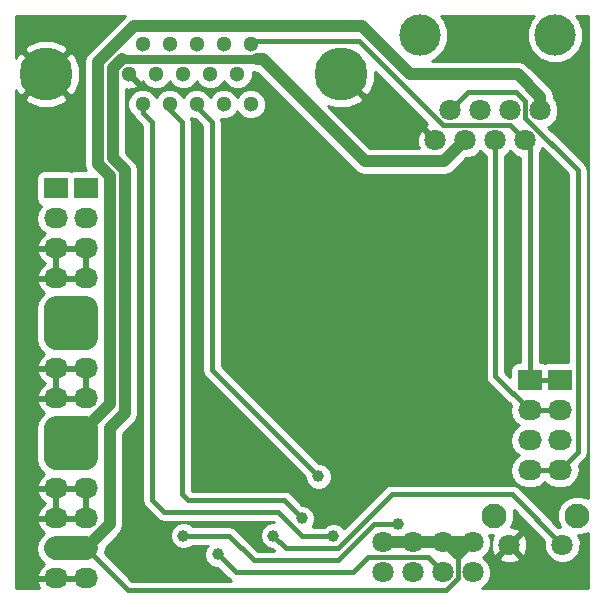
<source format=gbl>
G04 #@! TF.FileFunction,Copper,L2,Bot,Signal*
%FSLAX46Y46*%
G04 Gerber Fmt 4.6, Leading zero omitted, Abs format (unit mm)*
G04 Created by KiCad (PCBNEW 4.0.0-2.201512091501+6195~38~ubuntu14.04.1-stable) date Wed 16 Dec 2015 16:01:55 GMT*
%MOMM*%
G01*
G04 APERTURE LIST*
%ADD10C,0.100000*%
%ADD11C,1.800000*%
%ADD12C,3.500000*%
%ADD13C,2.100000*%
%ADD14C,1.300000*%
%ADD15C,4.500000*%
%ADD16R,2.032000X1.727200*%
%ADD17O,2.032000X1.727200*%
%ADD18C,0.889000*%
%ADD19C,1.000000*%
%ADD20C,1.016000*%
%ADD21C,2.000000*%
%ADD22C,0.254000*%
%ADD23C,0.762000*%
%ADD24C,0.381000*%
G04 APERTURE END LIST*
D10*
D11*
X142621000Y-108712000D03*
X140081000Y-108712000D03*
X145161000Y-108712000D03*
X137541000Y-108712000D03*
X138811000Y-111252000D03*
X136271000Y-111252000D03*
X141351000Y-111252000D03*
X143891000Y-111252000D03*
D12*
X135001000Y-102362000D03*
X146431000Y-102362000D03*
D11*
X142530000Y-145522000D03*
X147030000Y-145522000D03*
D13*
X141280000Y-143022000D03*
X148280000Y-143022000D03*
D11*
X136906000Y-147828000D03*
X139446000Y-147828000D03*
X134366000Y-147828000D03*
X131826000Y-147828000D03*
X139446000Y-145288000D03*
X136906000Y-145288000D03*
X134366000Y-145288000D03*
X131826000Y-145288000D03*
D14*
X120654000Y-103124000D03*
X118364000Y-103124000D03*
X116074000Y-103124000D03*
X113784000Y-103124000D03*
X111494000Y-103124000D03*
X119514000Y-105664000D03*
X117224000Y-105664000D03*
X114934000Y-105664000D03*
X112644000Y-105664000D03*
X110354000Y-105664000D03*
X120654000Y-108204000D03*
X118364000Y-108204000D03*
X116074000Y-108204000D03*
X113784000Y-108204000D03*
X111494000Y-108204000D03*
D15*
X103329000Y-105664000D03*
X128319000Y-105664000D03*
D16*
X104140000Y-115316000D03*
D17*
X104140000Y-117856000D03*
X104140000Y-120396000D03*
X104140000Y-122936000D03*
X104140000Y-125476000D03*
X104140000Y-128016000D03*
X104140000Y-130556000D03*
X104140000Y-133096000D03*
X104140000Y-135636000D03*
X104140000Y-138176000D03*
X104140000Y-140716000D03*
X104140000Y-143256000D03*
X104140000Y-145796000D03*
X104140000Y-148336000D03*
D16*
X106680000Y-115316000D03*
D17*
X106680000Y-117856000D03*
X106680000Y-120396000D03*
X106680000Y-122936000D03*
X106680000Y-125476000D03*
X106680000Y-128016000D03*
X106680000Y-130556000D03*
X106680000Y-133096000D03*
X106680000Y-135636000D03*
X106680000Y-138176000D03*
X106680000Y-140716000D03*
X106680000Y-143256000D03*
X106680000Y-145796000D03*
X106680000Y-148336000D03*
D16*
X146812000Y-131572000D03*
D17*
X146812000Y-134112000D03*
X146812000Y-136652000D03*
X146812000Y-139192000D03*
D16*
X144272000Y-131572000D03*
D17*
X144272000Y-134112000D03*
X144272000Y-136652000D03*
X144272000Y-139192000D03*
D18*
X142748000Y-119634000D03*
X146558000Y-119634000D03*
D19*
X133096000Y-143764000D03*
X114935000Y-144740000D03*
X117856000Y-146304000D03*
X122555000Y-144740000D03*
X124968000Y-143256000D03*
X126365000Y-139700000D03*
X127635000Y-144780000D03*
D20*
X108712000Y-114300000D02*
X107696000Y-113284000D01*
X107696000Y-104648000D02*
X110744000Y-101600000D01*
X107696000Y-113284000D02*
X107696000Y-104648000D01*
X145161000Y-108712000D02*
X145161000Y-107569000D01*
X108712000Y-133604000D02*
X106680000Y-135636000D01*
X108712000Y-114300000D02*
X108712000Y-133604000D01*
X130048000Y-101600000D02*
X110744000Y-101600000D01*
X134112000Y-105664000D02*
X130048000Y-101600000D01*
X143256000Y-105664000D02*
X134112000Y-105664000D01*
X145161000Y-107569000D02*
X143256000Y-105664000D01*
D21*
X104140000Y-135636000D02*
X106680000Y-138176000D01*
X104140000Y-135636000D02*
X104140000Y-138176000D01*
X104140000Y-138176000D02*
X106680000Y-138176000D01*
X106680000Y-135636000D02*
X106680000Y-138176000D01*
X104140000Y-135636000D02*
X106680000Y-135636000D01*
D22*
X106680000Y-122936000D02*
X106934000Y-122682000D01*
X106680000Y-120396000D02*
X106934000Y-120142000D01*
D20*
X106934000Y-133096000D02*
X106680000Y-133096000D01*
D21*
X104140000Y-125476000D02*
X106680000Y-128016000D01*
X106680000Y-128016000D02*
X104140000Y-128016000D01*
X104140000Y-128016000D02*
X104140000Y-125476000D01*
X104140000Y-125476000D02*
X106680000Y-125476000D01*
X106680000Y-125476000D02*
X106680000Y-128016000D01*
D20*
X108966000Y-105156000D02*
X108966000Y-112776000D01*
D23*
X109728000Y-104394000D02*
X121158000Y-104394000D01*
D20*
X137033000Y-113030000D02*
X130302000Y-113030000D01*
X130302000Y-113030000D02*
X121666000Y-104394000D01*
X121666000Y-104394000D02*
X121158000Y-104394000D01*
X138811000Y-111252000D02*
X137033000Y-113030000D01*
X109728000Y-104394000D02*
X108966000Y-105156000D01*
X108712000Y-143764000D02*
X106680000Y-145796000D01*
X108712000Y-135636000D02*
X108712000Y-143764000D01*
X109982000Y-134366000D02*
X108712000Y-135636000D01*
X109982000Y-113792000D02*
X109982000Y-134366000D01*
X108966000Y-112776000D02*
X109982000Y-113792000D01*
D24*
X138176000Y-146304000D02*
X138176000Y-148336000D01*
X110236000Y-149352000D02*
X106680000Y-145796000D01*
X137160000Y-149352000D02*
X110236000Y-149352000D01*
X138176000Y-148336000D02*
X137160000Y-149352000D01*
D20*
X139446000Y-145288000D02*
X139192000Y-145288000D01*
X139192000Y-145288000D02*
X138176000Y-146304000D01*
X137160000Y-145288000D02*
X138176000Y-146304000D01*
X136906000Y-145288000D02*
X137160000Y-145288000D01*
X131826000Y-145288000D02*
X134366000Y-145288000D01*
X134366000Y-145288000D02*
X136906000Y-145288000D01*
X136906000Y-145288000D02*
X139446000Y-145288000D01*
D21*
X106680000Y-145796000D02*
X104140000Y-145796000D01*
D24*
X131064000Y-143764000D02*
X128016000Y-146812000D01*
X133096000Y-143764000D02*
X131064000Y-143764000D01*
X118832000Y-144740000D02*
X114935000Y-144740000D01*
X120904000Y-146812000D02*
X118832000Y-144740000D01*
X128016000Y-146812000D02*
X120904000Y-146812000D01*
X130556000Y-146558000D02*
X129286000Y-147828000D01*
X119380000Y-147828000D02*
X117856000Y-146304000D01*
X129286000Y-147828000D02*
X119380000Y-147828000D01*
X135636000Y-146558000D02*
X136906000Y-147828000D01*
X130556000Y-146558000D02*
X135636000Y-146558000D01*
X147030000Y-145522000D02*
X142732000Y-141224000D01*
X132588000Y-141224000D02*
X142732000Y-141224000D01*
X128016000Y-145796000D02*
X132588000Y-141224000D01*
X123611000Y-145796000D02*
X128016000Y-145796000D01*
X123611000Y-145796000D02*
X122555000Y-144740000D01*
X123444000Y-141732000D02*
X115316000Y-141732000D01*
X114808000Y-141224000D02*
X114808000Y-133096000D01*
X115316000Y-141732000D02*
X114808000Y-141224000D01*
X114808000Y-133096000D02*
X114808000Y-109728000D01*
X114808000Y-109728000D02*
X113784000Y-108704000D01*
X113784000Y-108704000D02*
X113784000Y-108204000D01*
X124968000Y-143256000D02*
X123444000Y-141732000D01*
X116074000Y-108204000D02*
X116074000Y-108454000D01*
X116074000Y-108454000D02*
X117348000Y-109728000D01*
X117348000Y-109728000D02*
X117348000Y-130683000D01*
X117348000Y-130683000D02*
X117348000Y-130556000D01*
X117348000Y-130556000D02*
X117348000Y-130683000D01*
X117348000Y-130683000D02*
X126365000Y-139700000D01*
X122936000Y-142748000D02*
X113284000Y-142748000D01*
X113284000Y-142748000D02*
X112268000Y-141732000D01*
X112268000Y-141732000D02*
X112268000Y-132080000D01*
X111494000Y-108954000D02*
X112268000Y-109728000D01*
X111494000Y-108954000D02*
X111494000Y-108204000D01*
X112268000Y-132080000D02*
X112268000Y-109728000D01*
X124968000Y-144780000D02*
X122936000Y-142748000D01*
X124968000Y-144780000D02*
X127635000Y-144780000D01*
X120908000Y-102870000D02*
X120654000Y-103124000D01*
X129794000Y-102870000D02*
X120908000Y-102870000D01*
X143891000Y-111252000D02*
X142621000Y-109982000D01*
X142621000Y-109982000D02*
X136906000Y-109982000D01*
X136906000Y-109982000D02*
X129794000Y-102870000D01*
X144272000Y-111633000D02*
X143891000Y-111252000D01*
X144272000Y-131572000D02*
X144272000Y-111633000D01*
X146812000Y-131572000D02*
X144272000Y-131572000D01*
X146812000Y-134112000D02*
X144272000Y-134112000D01*
X141351000Y-131191000D02*
X141351000Y-111252000D01*
X144272000Y-134112000D02*
X141351000Y-131191000D01*
X148336000Y-137668000D02*
X146812000Y-139192000D01*
X143129000Y-107188000D02*
X143891000Y-107950000D01*
X143891000Y-109347000D02*
X148336000Y-113792000D01*
X143891000Y-107950000D02*
X143891000Y-109347000D01*
X137541000Y-108712000D02*
X139065000Y-107188000D01*
X139065000Y-107188000D02*
X143129000Y-107188000D01*
X146812000Y-139192000D02*
X144272000Y-139192000D01*
X148336000Y-113792000D02*
X148336000Y-137668000D01*
D22*
G36*
X145513056Y-145172490D02*
X145495267Y-145215330D01*
X145494735Y-145825991D01*
X145727932Y-146390371D01*
X146159357Y-146822551D01*
X146723330Y-147056733D01*
X147333991Y-147057265D01*
X147898371Y-146824068D01*
X148330551Y-146392643D01*
X148564733Y-145828670D01*
X148565265Y-145218009D01*
X148354148Y-144707065D01*
X148613697Y-144707292D01*
X149175000Y-144475366D01*
X149175000Y-149175000D01*
X140205627Y-149175000D01*
X140314371Y-149130068D01*
X140746551Y-148698643D01*
X140980733Y-148134670D01*
X140981265Y-147524009D01*
X140748068Y-146959629D01*
X140391223Y-146602159D01*
X141629446Y-146602159D01*
X141715852Y-146858643D01*
X142289336Y-147068458D01*
X142899460Y-147042839D01*
X143344148Y-146858643D01*
X143430554Y-146602159D01*
X142530000Y-145701605D01*
X141629446Y-146602159D01*
X140391223Y-146602159D01*
X140346818Y-146557677D01*
X140746551Y-146158643D01*
X140980733Y-145594670D01*
X140981265Y-144984009D01*
X140850806Y-144668274D01*
X140943362Y-144706707D01*
X141196101Y-144706928D01*
X141193357Y-144707852D01*
X140983542Y-145281336D01*
X141009161Y-145891460D01*
X141193357Y-146336148D01*
X141449841Y-146422554D01*
X142350395Y-145522000D01*
X142709605Y-145522000D01*
X143610159Y-146422554D01*
X143866643Y-146336148D01*
X144076458Y-145762664D01*
X144050839Y-145152540D01*
X143866643Y-144707852D01*
X143610159Y-144621446D01*
X142709605Y-145522000D01*
X142350395Y-145522000D01*
X142336253Y-145507858D01*
X142515858Y-145328253D01*
X142530000Y-145342395D01*
X143430554Y-144441841D01*
X143344148Y-144185357D01*
X142770664Y-143975542D01*
X142707152Y-143978209D01*
X142707640Y-143977722D01*
X142964707Y-143358638D01*
X142965292Y-142688303D01*
X142920525Y-142579959D01*
X145513056Y-145172490D01*
X145513056Y-145172490D01*
G37*
X145513056Y-145172490D02*
X145495267Y-145215330D01*
X145494735Y-145825991D01*
X145727932Y-146390371D01*
X146159357Y-146822551D01*
X146723330Y-147056733D01*
X147333991Y-147057265D01*
X147898371Y-146824068D01*
X148330551Y-146392643D01*
X148564733Y-145828670D01*
X148565265Y-145218009D01*
X148354148Y-144707065D01*
X148613697Y-144707292D01*
X149175000Y-144475366D01*
X149175000Y-149175000D01*
X140205627Y-149175000D01*
X140314371Y-149130068D01*
X140746551Y-148698643D01*
X140980733Y-148134670D01*
X140981265Y-147524009D01*
X140748068Y-146959629D01*
X140391223Y-146602159D01*
X141629446Y-146602159D01*
X141715852Y-146858643D01*
X142289336Y-147068458D01*
X142899460Y-147042839D01*
X143344148Y-146858643D01*
X143430554Y-146602159D01*
X142530000Y-145701605D01*
X141629446Y-146602159D01*
X140391223Y-146602159D01*
X140346818Y-146557677D01*
X140746551Y-146158643D01*
X140980733Y-145594670D01*
X140981265Y-144984009D01*
X140850806Y-144668274D01*
X140943362Y-144706707D01*
X141196101Y-144706928D01*
X141193357Y-144707852D01*
X140983542Y-145281336D01*
X141009161Y-145891460D01*
X141193357Y-146336148D01*
X141449841Y-146422554D01*
X142350395Y-145522000D01*
X142709605Y-145522000D01*
X143610159Y-146422554D01*
X143866643Y-146336148D01*
X144076458Y-145762664D01*
X144050839Y-145152540D01*
X143866643Y-144707852D01*
X143610159Y-144621446D01*
X142709605Y-145522000D01*
X142350395Y-145522000D01*
X142336253Y-145507858D01*
X142515858Y-145328253D01*
X142530000Y-145342395D01*
X143430554Y-144441841D01*
X143344148Y-144185357D01*
X142770664Y-143975542D01*
X142707152Y-143978209D01*
X142707640Y-143977722D01*
X142964707Y-143358638D01*
X142965292Y-142688303D01*
X142920525Y-142579959D01*
X145513056Y-145172490D01*
G36*
X109935777Y-100791777D02*
X106887777Y-103839777D01*
X106640006Y-104210593D01*
X106553000Y-104648000D01*
X106553000Y-113284000D01*
X106640006Y-113721407D01*
X106695834Y-113804960D01*
X105664000Y-113804960D01*
X105428683Y-113849238D01*
X105412901Y-113859393D01*
X105407890Y-113855969D01*
X105156000Y-113804960D01*
X103124000Y-113804960D01*
X102888683Y-113849238D01*
X102672559Y-113988310D01*
X102527569Y-114200510D01*
X102476560Y-114452400D01*
X102476560Y-116179600D01*
X102520838Y-116414917D01*
X102659910Y-116631041D01*
X102872110Y-116776031D01*
X102913439Y-116784400D01*
X102895585Y-116796330D01*
X102570729Y-117282511D01*
X102456655Y-117856000D01*
X102570729Y-118429489D01*
X102895585Y-118915670D01*
X103205069Y-119122461D01*
X102789268Y-119493964D01*
X102535291Y-120021209D01*
X102532642Y-120036974D01*
X102653783Y-120269000D01*
X104013000Y-120269000D01*
X104013000Y-120249000D01*
X104267000Y-120249000D01*
X104267000Y-120269000D01*
X106553000Y-120269000D01*
X106553000Y-120249000D01*
X106807000Y-120249000D01*
X106807000Y-120269000D01*
X106827000Y-120269000D01*
X106827000Y-120523000D01*
X106807000Y-120523000D01*
X106807000Y-122809000D01*
X106827000Y-122809000D01*
X106827000Y-123063000D01*
X106807000Y-123063000D01*
X106807000Y-123083000D01*
X106553000Y-123083000D01*
X106553000Y-123063000D01*
X104267000Y-123063000D01*
X104267000Y-123083000D01*
X104013000Y-123083000D01*
X104013000Y-123063000D01*
X102653783Y-123063000D01*
X102532642Y-123295026D01*
X102535291Y-123310791D01*
X102789268Y-123838036D01*
X103181086Y-124188111D01*
X102983880Y-124319880D01*
X102938670Y-124387541D01*
X102895585Y-124416330D01*
X102570729Y-124902511D01*
X102456655Y-125476000D01*
X102505000Y-125719047D01*
X102505000Y-127772953D01*
X102456655Y-128016000D01*
X102570729Y-128589489D01*
X102895585Y-129075670D01*
X102938670Y-129104459D01*
X102983880Y-129172120D01*
X103181086Y-129303889D01*
X102789268Y-129653964D01*
X102535291Y-130181209D01*
X102532642Y-130196974D01*
X102653783Y-130429000D01*
X104013000Y-130429000D01*
X104013000Y-130409000D01*
X104267000Y-130409000D01*
X104267000Y-130429000D01*
X106553000Y-130429000D01*
X106553000Y-130409000D01*
X106807000Y-130409000D01*
X106807000Y-130429000D01*
X106827000Y-130429000D01*
X106827000Y-130683000D01*
X106807000Y-130683000D01*
X106807000Y-132969000D01*
X106827000Y-132969000D01*
X106827000Y-133223000D01*
X106807000Y-133223000D01*
X106807000Y-133243000D01*
X106553000Y-133243000D01*
X106553000Y-133223000D01*
X104267000Y-133223000D01*
X104267000Y-133243000D01*
X104013000Y-133243000D01*
X104013000Y-133223000D01*
X102653783Y-133223000D01*
X102532642Y-133455026D01*
X102535291Y-133470791D01*
X102789268Y-133998036D01*
X103181086Y-134348111D01*
X102983880Y-134479880D01*
X102938670Y-134547541D01*
X102895585Y-134576330D01*
X102570729Y-135062511D01*
X102456655Y-135636000D01*
X102505000Y-135879047D01*
X102505000Y-137932953D01*
X102456655Y-138176000D01*
X102570729Y-138749489D01*
X102895585Y-139235670D01*
X102938670Y-139264459D01*
X102983880Y-139332120D01*
X103181086Y-139463889D01*
X102789268Y-139813964D01*
X102535291Y-140341209D01*
X102532642Y-140356974D01*
X102653783Y-140589000D01*
X104013000Y-140589000D01*
X104013000Y-140569000D01*
X104267000Y-140569000D01*
X104267000Y-140589000D01*
X106553000Y-140589000D01*
X106553000Y-140569000D01*
X106807000Y-140569000D01*
X106807000Y-140589000D01*
X106827000Y-140589000D01*
X106827000Y-140843000D01*
X106807000Y-140843000D01*
X106807000Y-143129000D01*
X106827000Y-143129000D01*
X106827000Y-143383000D01*
X106807000Y-143383000D01*
X106807000Y-143403000D01*
X106553000Y-143403000D01*
X106553000Y-143383000D01*
X104267000Y-143383000D01*
X104267000Y-143403000D01*
X104013000Y-143403000D01*
X104013000Y-143383000D01*
X102653783Y-143383000D01*
X102532642Y-143615026D01*
X102535291Y-143630791D01*
X102789268Y-144158036D01*
X103181086Y-144508111D01*
X102983880Y-144639880D01*
X102938670Y-144707541D01*
X102895585Y-144736330D01*
X102570729Y-145222511D01*
X102456655Y-145796000D01*
X102570729Y-146369489D01*
X102895585Y-146855670D01*
X102938670Y-146884459D01*
X102983880Y-146952120D01*
X103181086Y-147083889D01*
X102789268Y-147433964D01*
X102535291Y-147961209D01*
X102532642Y-147976974D01*
X102653783Y-148209000D01*
X104013000Y-148209000D01*
X104013000Y-148189000D01*
X104267000Y-148189000D01*
X104267000Y-148209000D01*
X106553000Y-148209000D01*
X106553000Y-148189000D01*
X106807000Y-148189000D01*
X106807000Y-148209000D01*
X106827000Y-148209000D01*
X106827000Y-148463000D01*
X106807000Y-148463000D01*
X106807000Y-148483000D01*
X106553000Y-148483000D01*
X106553000Y-148463000D01*
X104267000Y-148463000D01*
X104267000Y-148483000D01*
X104013000Y-148483000D01*
X104013000Y-148463000D01*
X102653783Y-148463000D01*
X102532642Y-148695026D01*
X102535291Y-148710791D01*
X102758903Y-149175000D01*
X100761000Y-149175000D01*
X100761000Y-141075026D01*
X102532642Y-141075026D01*
X102535291Y-141090791D01*
X102789268Y-141618036D01*
X103201108Y-141986000D01*
X102789268Y-142353964D01*
X102535291Y-142881209D01*
X102532642Y-142896974D01*
X102653783Y-143129000D01*
X104013000Y-143129000D01*
X104013000Y-140843000D01*
X104267000Y-140843000D01*
X104267000Y-143129000D01*
X106553000Y-143129000D01*
X106553000Y-140843000D01*
X104267000Y-140843000D01*
X104013000Y-140843000D01*
X102653783Y-140843000D01*
X102532642Y-141075026D01*
X100761000Y-141075026D01*
X100761000Y-130915026D01*
X102532642Y-130915026D01*
X102535291Y-130930791D01*
X102789268Y-131458036D01*
X103201108Y-131826000D01*
X102789268Y-132193964D01*
X102535291Y-132721209D01*
X102532642Y-132736974D01*
X102653783Y-132969000D01*
X104013000Y-132969000D01*
X104013000Y-130683000D01*
X104267000Y-130683000D01*
X104267000Y-132969000D01*
X106553000Y-132969000D01*
X106553000Y-130683000D01*
X104267000Y-130683000D01*
X104013000Y-130683000D01*
X102653783Y-130683000D01*
X102532642Y-130915026D01*
X100761000Y-130915026D01*
X100761000Y-120755026D01*
X102532642Y-120755026D01*
X102535291Y-120770791D01*
X102789268Y-121298036D01*
X103201108Y-121666000D01*
X102789268Y-122033964D01*
X102535291Y-122561209D01*
X102532642Y-122576974D01*
X102653783Y-122809000D01*
X104013000Y-122809000D01*
X104013000Y-120523000D01*
X104267000Y-120523000D01*
X104267000Y-122809000D01*
X106553000Y-122809000D01*
X106553000Y-120523000D01*
X104267000Y-120523000D01*
X104013000Y-120523000D01*
X102653783Y-120523000D01*
X102532642Y-120755026D01*
X100761000Y-120755026D01*
X100761000Y-107719467D01*
X101453138Y-107719467D01*
X101704375Y-108116169D01*
X102766446Y-108551227D01*
X103914162Y-108546730D01*
X104953625Y-108116169D01*
X105204862Y-107719467D01*
X103329000Y-105843605D01*
X101453138Y-107719467D01*
X100761000Y-107719467D01*
X100761000Y-107008985D01*
X100876831Y-107288625D01*
X101273533Y-107539862D01*
X103149395Y-105664000D01*
X103508605Y-105664000D01*
X105384467Y-107539862D01*
X105781169Y-107288625D01*
X106216227Y-106226554D01*
X106211730Y-105078838D01*
X105781169Y-104039375D01*
X105384467Y-103788138D01*
X103508605Y-105664000D01*
X103149395Y-105664000D01*
X101273533Y-103788138D01*
X100876831Y-104039375D01*
X100761000Y-104322144D01*
X100761000Y-103608533D01*
X101453138Y-103608533D01*
X103329000Y-105484395D01*
X105204862Y-103608533D01*
X104953625Y-103211831D01*
X103891554Y-102776773D01*
X102743838Y-102781270D01*
X101704375Y-103211831D01*
X101453138Y-103608533D01*
X100761000Y-103608533D01*
X100761000Y-100761000D01*
X109981838Y-100761000D01*
X109935777Y-100791777D01*
X109935777Y-100791777D01*
G37*
X109935777Y-100791777D02*
X106887777Y-103839777D01*
X106640006Y-104210593D01*
X106553000Y-104648000D01*
X106553000Y-113284000D01*
X106640006Y-113721407D01*
X106695834Y-113804960D01*
X105664000Y-113804960D01*
X105428683Y-113849238D01*
X105412901Y-113859393D01*
X105407890Y-113855969D01*
X105156000Y-113804960D01*
X103124000Y-113804960D01*
X102888683Y-113849238D01*
X102672559Y-113988310D01*
X102527569Y-114200510D01*
X102476560Y-114452400D01*
X102476560Y-116179600D01*
X102520838Y-116414917D01*
X102659910Y-116631041D01*
X102872110Y-116776031D01*
X102913439Y-116784400D01*
X102895585Y-116796330D01*
X102570729Y-117282511D01*
X102456655Y-117856000D01*
X102570729Y-118429489D01*
X102895585Y-118915670D01*
X103205069Y-119122461D01*
X102789268Y-119493964D01*
X102535291Y-120021209D01*
X102532642Y-120036974D01*
X102653783Y-120269000D01*
X104013000Y-120269000D01*
X104013000Y-120249000D01*
X104267000Y-120249000D01*
X104267000Y-120269000D01*
X106553000Y-120269000D01*
X106553000Y-120249000D01*
X106807000Y-120249000D01*
X106807000Y-120269000D01*
X106827000Y-120269000D01*
X106827000Y-120523000D01*
X106807000Y-120523000D01*
X106807000Y-122809000D01*
X106827000Y-122809000D01*
X106827000Y-123063000D01*
X106807000Y-123063000D01*
X106807000Y-123083000D01*
X106553000Y-123083000D01*
X106553000Y-123063000D01*
X104267000Y-123063000D01*
X104267000Y-123083000D01*
X104013000Y-123083000D01*
X104013000Y-123063000D01*
X102653783Y-123063000D01*
X102532642Y-123295026D01*
X102535291Y-123310791D01*
X102789268Y-123838036D01*
X103181086Y-124188111D01*
X102983880Y-124319880D01*
X102938670Y-124387541D01*
X102895585Y-124416330D01*
X102570729Y-124902511D01*
X102456655Y-125476000D01*
X102505000Y-125719047D01*
X102505000Y-127772953D01*
X102456655Y-128016000D01*
X102570729Y-128589489D01*
X102895585Y-129075670D01*
X102938670Y-129104459D01*
X102983880Y-129172120D01*
X103181086Y-129303889D01*
X102789268Y-129653964D01*
X102535291Y-130181209D01*
X102532642Y-130196974D01*
X102653783Y-130429000D01*
X104013000Y-130429000D01*
X104013000Y-130409000D01*
X104267000Y-130409000D01*
X104267000Y-130429000D01*
X106553000Y-130429000D01*
X106553000Y-130409000D01*
X106807000Y-130409000D01*
X106807000Y-130429000D01*
X106827000Y-130429000D01*
X106827000Y-130683000D01*
X106807000Y-130683000D01*
X106807000Y-132969000D01*
X106827000Y-132969000D01*
X106827000Y-133223000D01*
X106807000Y-133223000D01*
X106807000Y-133243000D01*
X106553000Y-133243000D01*
X106553000Y-133223000D01*
X104267000Y-133223000D01*
X104267000Y-133243000D01*
X104013000Y-133243000D01*
X104013000Y-133223000D01*
X102653783Y-133223000D01*
X102532642Y-133455026D01*
X102535291Y-133470791D01*
X102789268Y-133998036D01*
X103181086Y-134348111D01*
X102983880Y-134479880D01*
X102938670Y-134547541D01*
X102895585Y-134576330D01*
X102570729Y-135062511D01*
X102456655Y-135636000D01*
X102505000Y-135879047D01*
X102505000Y-137932953D01*
X102456655Y-138176000D01*
X102570729Y-138749489D01*
X102895585Y-139235670D01*
X102938670Y-139264459D01*
X102983880Y-139332120D01*
X103181086Y-139463889D01*
X102789268Y-139813964D01*
X102535291Y-140341209D01*
X102532642Y-140356974D01*
X102653783Y-140589000D01*
X104013000Y-140589000D01*
X104013000Y-140569000D01*
X104267000Y-140569000D01*
X104267000Y-140589000D01*
X106553000Y-140589000D01*
X106553000Y-140569000D01*
X106807000Y-140569000D01*
X106807000Y-140589000D01*
X106827000Y-140589000D01*
X106827000Y-140843000D01*
X106807000Y-140843000D01*
X106807000Y-143129000D01*
X106827000Y-143129000D01*
X106827000Y-143383000D01*
X106807000Y-143383000D01*
X106807000Y-143403000D01*
X106553000Y-143403000D01*
X106553000Y-143383000D01*
X104267000Y-143383000D01*
X104267000Y-143403000D01*
X104013000Y-143403000D01*
X104013000Y-143383000D01*
X102653783Y-143383000D01*
X102532642Y-143615026D01*
X102535291Y-143630791D01*
X102789268Y-144158036D01*
X103181086Y-144508111D01*
X102983880Y-144639880D01*
X102938670Y-144707541D01*
X102895585Y-144736330D01*
X102570729Y-145222511D01*
X102456655Y-145796000D01*
X102570729Y-146369489D01*
X102895585Y-146855670D01*
X102938670Y-146884459D01*
X102983880Y-146952120D01*
X103181086Y-147083889D01*
X102789268Y-147433964D01*
X102535291Y-147961209D01*
X102532642Y-147976974D01*
X102653783Y-148209000D01*
X104013000Y-148209000D01*
X104013000Y-148189000D01*
X104267000Y-148189000D01*
X104267000Y-148209000D01*
X106553000Y-148209000D01*
X106553000Y-148189000D01*
X106807000Y-148189000D01*
X106807000Y-148209000D01*
X106827000Y-148209000D01*
X106827000Y-148463000D01*
X106807000Y-148463000D01*
X106807000Y-148483000D01*
X106553000Y-148483000D01*
X106553000Y-148463000D01*
X104267000Y-148463000D01*
X104267000Y-148483000D01*
X104013000Y-148483000D01*
X104013000Y-148463000D01*
X102653783Y-148463000D01*
X102532642Y-148695026D01*
X102535291Y-148710791D01*
X102758903Y-149175000D01*
X100761000Y-149175000D01*
X100761000Y-141075026D01*
X102532642Y-141075026D01*
X102535291Y-141090791D01*
X102789268Y-141618036D01*
X103201108Y-141986000D01*
X102789268Y-142353964D01*
X102535291Y-142881209D01*
X102532642Y-142896974D01*
X102653783Y-143129000D01*
X104013000Y-143129000D01*
X104013000Y-140843000D01*
X104267000Y-140843000D01*
X104267000Y-143129000D01*
X106553000Y-143129000D01*
X106553000Y-140843000D01*
X104267000Y-140843000D01*
X104013000Y-140843000D01*
X102653783Y-140843000D01*
X102532642Y-141075026D01*
X100761000Y-141075026D01*
X100761000Y-130915026D01*
X102532642Y-130915026D01*
X102535291Y-130930791D01*
X102789268Y-131458036D01*
X103201108Y-131826000D01*
X102789268Y-132193964D01*
X102535291Y-132721209D01*
X102532642Y-132736974D01*
X102653783Y-132969000D01*
X104013000Y-132969000D01*
X104013000Y-130683000D01*
X104267000Y-130683000D01*
X104267000Y-132969000D01*
X106553000Y-132969000D01*
X106553000Y-130683000D01*
X104267000Y-130683000D01*
X104013000Y-130683000D01*
X102653783Y-130683000D01*
X102532642Y-130915026D01*
X100761000Y-130915026D01*
X100761000Y-120755026D01*
X102532642Y-120755026D01*
X102535291Y-120770791D01*
X102789268Y-121298036D01*
X103201108Y-121666000D01*
X102789268Y-122033964D01*
X102535291Y-122561209D01*
X102532642Y-122576974D01*
X102653783Y-122809000D01*
X104013000Y-122809000D01*
X104013000Y-120523000D01*
X104267000Y-120523000D01*
X104267000Y-122809000D01*
X106553000Y-122809000D01*
X106553000Y-120523000D01*
X104267000Y-120523000D01*
X104013000Y-120523000D01*
X102653783Y-120523000D01*
X102532642Y-120755026D01*
X100761000Y-120755026D01*
X100761000Y-107719467D01*
X101453138Y-107719467D01*
X101704375Y-108116169D01*
X102766446Y-108551227D01*
X103914162Y-108546730D01*
X104953625Y-108116169D01*
X105204862Y-107719467D01*
X103329000Y-105843605D01*
X101453138Y-107719467D01*
X100761000Y-107719467D01*
X100761000Y-107008985D01*
X100876831Y-107288625D01*
X101273533Y-107539862D01*
X103149395Y-105664000D01*
X103508605Y-105664000D01*
X105384467Y-107539862D01*
X105781169Y-107288625D01*
X106216227Y-106226554D01*
X106211730Y-105078838D01*
X105781169Y-104039375D01*
X105384467Y-103788138D01*
X103508605Y-105664000D01*
X103149395Y-105664000D01*
X101273533Y-103788138D01*
X100876831Y-104039375D01*
X100761000Y-104322144D01*
X100761000Y-103608533D01*
X101453138Y-103608533D01*
X103329000Y-105484395D01*
X105204862Y-103608533D01*
X104953625Y-103211831D01*
X103891554Y-102776773D01*
X102743838Y-102781270D01*
X101704375Y-103211831D01*
X101453138Y-103608533D01*
X100761000Y-103608533D01*
X100761000Y-100761000D01*
X109981838Y-100761000D01*
X109935777Y-100791777D01*
G36*
X144410274Y-101009242D02*
X144046415Y-101885513D01*
X144045587Y-102834325D01*
X144407916Y-103711229D01*
X145078242Y-104382726D01*
X145954513Y-104746585D01*
X146903325Y-104747413D01*
X147780229Y-104385084D01*
X148451726Y-103714758D01*
X148815585Y-102838487D01*
X148816413Y-101889675D01*
X148454084Y-101012771D01*
X148202752Y-100761000D01*
X149175000Y-100761000D01*
X149175000Y-141569146D01*
X148616638Y-141337293D01*
X147946303Y-141336708D01*
X147326771Y-141592694D01*
X146852360Y-142066278D01*
X146595293Y-142685362D01*
X146594708Y-143355697D01*
X146850694Y-143975229D01*
X146862298Y-143986854D01*
X146726009Y-143986735D01*
X146680835Y-144005401D01*
X143315717Y-140640283D01*
X143047906Y-140461337D01*
X142732000Y-140398500D01*
X132588000Y-140398500D01*
X132272095Y-140461337D01*
X132004283Y-140640283D01*
X132004281Y-140640286D01*
X128552249Y-144092317D01*
X128278765Y-143818355D01*
X127861756Y-143645197D01*
X127410225Y-143644803D01*
X126992914Y-143817233D01*
X126855407Y-143954500D01*
X125874814Y-143954500D01*
X125929645Y-143899765D01*
X126102803Y-143482756D01*
X126103197Y-143031225D01*
X125930767Y-142613914D01*
X125611765Y-142294355D01*
X125194756Y-142121197D01*
X125000461Y-142121027D01*
X124027717Y-141148283D01*
X123759906Y-140969337D01*
X123444000Y-140906500D01*
X115657933Y-140906500D01*
X115633500Y-140882066D01*
X115633500Y-109728005D01*
X115633501Y-109728000D01*
X115570663Y-109412095D01*
X115546878Y-109376498D01*
X115817276Y-109488777D01*
X115941451Y-109488885D01*
X116522500Y-110069934D01*
X116522500Y-130683000D01*
X116585337Y-130998906D01*
X116764283Y-131266717D01*
X125229971Y-139732404D01*
X125229803Y-139924775D01*
X125402233Y-140342086D01*
X125721235Y-140661645D01*
X126138244Y-140834803D01*
X126589775Y-140835197D01*
X127007086Y-140662767D01*
X127326645Y-140343765D01*
X127499803Y-139926756D01*
X127500197Y-139475225D01*
X127327767Y-139057914D01*
X127008765Y-138738355D01*
X126591756Y-138565197D01*
X126397461Y-138565027D01*
X118173500Y-130341066D01*
X118173500Y-109728000D01*
X118135651Y-109537717D01*
X118125919Y-109488793D01*
X118618481Y-109489223D01*
X119090943Y-109294005D01*
X119452735Y-108932845D01*
X119508896Y-108797594D01*
X119563995Y-108930943D01*
X119925155Y-109292735D01*
X120397276Y-109488777D01*
X120908481Y-109489223D01*
X121380943Y-109294005D01*
X121742735Y-108932845D01*
X121938777Y-108460724D01*
X121939223Y-107949519D01*
X121744005Y-107477057D01*
X121382845Y-107115265D01*
X120910724Y-106919223D01*
X120399519Y-106918777D01*
X119927057Y-107113995D01*
X119565265Y-107475155D01*
X119509104Y-107610406D01*
X119454005Y-107477057D01*
X119092845Y-107115265D01*
X118620724Y-106919223D01*
X118109519Y-106918777D01*
X117637057Y-107113995D01*
X117275265Y-107475155D01*
X117219104Y-107610406D01*
X117164005Y-107477057D01*
X116802845Y-107115265D01*
X116330724Y-106919223D01*
X115819519Y-106918777D01*
X115347057Y-107113995D01*
X114985265Y-107475155D01*
X114929104Y-107610406D01*
X114874005Y-107477057D01*
X114512845Y-107115265D01*
X114040724Y-106919223D01*
X113529519Y-106918777D01*
X113057057Y-107113995D01*
X112695265Y-107475155D01*
X112639104Y-107610406D01*
X112584005Y-107477057D01*
X112222845Y-107115265D01*
X111750724Y-106919223D01*
X111239519Y-106918777D01*
X110767057Y-107113995D01*
X110405265Y-107475155D01*
X110209223Y-107947276D01*
X110208777Y-108458481D01*
X110403995Y-108930943D01*
X110728593Y-109256109D01*
X110731337Y-109269906D01*
X110910283Y-109537717D01*
X111442500Y-110069933D01*
X111442500Y-141732000D01*
X111505337Y-142047906D01*
X111684283Y-142315717D01*
X112700283Y-143331717D01*
X112968094Y-143510663D01*
X113284000Y-143573501D01*
X113284005Y-143573500D01*
X122594066Y-143573500D01*
X122625627Y-143605061D01*
X122330225Y-143604803D01*
X121912914Y-143777233D01*
X121593355Y-144096235D01*
X121420197Y-144513244D01*
X121419803Y-144964775D01*
X121592233Y-145382086D01*
X121911235Y-145701645D01*
X122328244Y-145874803D01*
X122522539Y-145874973D01*
X122634067Y-145986500D01*
X121245933Y-145986500D01*
X119415717Y-144156283D01*
X119147906Y-143977337D01*
X118832000Y-143914500D01*
X115714673Y-143914500D01*
X115578765Y-143778355D01*
X115161756Y-143605197D01*
X114710225Y-143604803D01*
X114292914Y-143777233D01*
X113973355Y-144096235D01*
X113800197Y-144513244D01*
X113799803Y-144964775D01*
X113972233Y-145382086D01*
X114291235Y-145701645D01*
X114708244Y-145874803D01*
X115159775Y-145875197D01*
X115577086Y-145702767D01*
X115714593Y-145565500D01*
X116989255Y-145565500D01*
X116894355Y-145660235D01*
X116721197Y-146077244D01*
X116720803Y-146528775D01*
X116893233Y-146946086D01*
X117212235Y-147265645D01*
X117629244Y-147438803D01*
X117823539Y-147438973D01*
X118796281Y-148411714D01*
X118796283Y-148411717D01*
X118968068Y-148526500D01*
X110577933Y-148526500D01*
X108277750Y-146226316D01*
X108363345Y-145796000D01*
X108352246Y-145740200D01*
X109520223Y-144572223D01*
X109767994Y-144201407D01*
X109855000Y-143764000D01*
X109855000Y-136109446D01*
X110790223Y-135174223D01*
X111037994Y-134803407D01*
X111125000Y-134366000D01*
X111125000Y-113792000D01*
X111037994Y-113354593D01*
X110790223Y-112983777D01*
X110109000Y-112302554D01*
X110109000Y-106939324D01*
X110173078Y-106961622D01*
X110683428Y-106932083D01*
X111017729Y-106793611D01*
X111073410Y-106563016D01*
X110354000Y-105843605D01*
X110339858Y-105857748D01*
X110160253Y-105678143D01*
X110174395Y-105664000D01*
X110160252Y-105649858D01*
X110339858Y-105470252D01*
X110354000Y-105484395D01*
X110368143Y-105470253D01*
X110547748Y-105649858D01*
X110533605Y-105664000D01*
X111253016Y-106383410D01*
X111483611Y-106327729D01*
X111503847Y-106269577D01*
X111553995Y-106390943D01*
X111915155Y-106752735D01*
X112387276Y-106948777D01*
X112898481Y-106949223D01*
X113370943Y-106754005D01*
X113732735Y-106392845D01*
X113788896Y-106257594D01*
X113843995Y-106390943D01*
X114205155Y-106752735D01*
X114677276Y-106948777D01*
X115188481Y-106949223D01*
X115660943Y-106754005D01*
X116022735Y-106392845D01*
X116078896Y-106257594D01*
X116133995Y-106390943D01*
X116495155Y-106752735D01*
X116967276Y-106948777D01*
X117478481Y-106949223D01*
X117950943Y-106754005D01*
X118312735Y-106392845D01*
X118368896Y-106257594D01*
X118423995Y-106390943D01*
X118785155Y-106752735D01*
X119257276Y-106948777D01*
X119768481Y-106949223D01*
X120240943Y-106754005D01*
X120602735Y-106392845D01*
X120798777Y-105920724D01*
X120799174Y-105465625D01*
X121158000Y-105537000D01*
X121192554Y-105537000D01*
X129493777Y-113838223D01*
X129864593Y-114085994D01*
X130302000Y-114173000D01*
X137033000Y-114173000D01*
X137470407Y-114085994D01*
X137841223Y-113838223D01*
X138892375Y-112787071D01*
X139114991Y-112787265D01*
X139679371Y-112554068D01*
X140081323Y-112152818D01*
X140480357Y-112552551D01*
X140525500Y-112571296D01*
X140525500Y-131191000D01*
X140588337Y-131506906D01*
X140767283Y-131774717D01*
X142674250Y-133681684D01*
X142588655Y-134112000D01*
X142702729Y-134685489D01*
X143027585Y-135171670D01*
X143342366Y-135382000D01*
X143027585Y-135592330D01*
X142702729Y-136078511D01*
X142588655Y-136652000D01*
X142702729Y-137225489D01*
X143027585Y-137711670D01*
X143342366Y-137922000D01*
X143027585Y-138132330D01*
X142702729Y-138618511D01*
X142588655Y-139192000D01*
X142702729Y-139765489D01*
X143027585Y-140251670D01*
X143513766Y-140576526D01*
X144087255Y-140690600D01*
X144456745Y-140690600D01*
X145030234Y-140576526D01*
X145516415Y-140251670D01*
X145542000Y-140213379D01*
X145567585Y-140251670D01*
X146053766Y-140576526D01*
X146627255Y-140690600D01*
X146996745Y-140690600D01*
X147570234Y-140576526D01*
X148056415Y-140251670D01*
X148381271Y-139765489D01*
X148495345Y-139192000D01*
X148409750Y-138761684D01*
X148919714Y-138251719D01*
X148919717Y-138251717D01*
X149098663Y-137983905D01*
X149161500Y-137668000D01*
X149161500Y-113792000D01*
X149120171Y-113584223D01*
X149098663Y-113476094D01*
X148943586Y-113244006D01*
X148919717Y-113208283D01*
X148919714Y-113208281D01*
X145814348Y-110102914D01*
X146029371Y-110014068D01*
X146461551Y-109582643D01*
X146695733Y-109018670D01*
X146696265Y-108408009D01*
X146463068Y-107843629D01*
X146304000Y-107684283D01*
X146304000Y-107569000D01*
X146216994Y-107131593D01*
X145969223Y-106760777D01*
X144064223Y-104855777D01*
X143693407Y-104608006D01*
X143256000Y-104521000D01*
X136021287Y-104521000D01*
X136350229Y-104385084D01*
X137021726Y-103714758D01*
X137385585Y-102838487D01*
X137386413Y-101889675D01*
X137024084Y-101012771D01*
X136772752Y-100761000D01*
X144658950Y-100761000D01*
X144410274Y-101009242D01*
X144410274Y-101009242D01*
G37*
X144410274Y-101009242D02*
X144046415Y-101885513D01*
X144045587Y-102834325D01*
X144407916Y-103711229D01*
X145078242Y-104382726D01*
X145954513Y-104746585D01*
X146903325Y-104747413D01*
X147780229Y-104385084D01*
X148451726Y-103714758D01*
X148815585Y-102838487D01*
X148816413Y-101889675D01*
X148454084Y-101012771D01*
X148202752Y-100761000D01*
X149175000Y-100761000D01*
X149175000Y-141569146D01*
X148616638Y-141337293D01*
X147946303Y-141336708D01*
X147326771Y-141592694D01*
X146852360Y-142066278D01*
X146595293Y-142685362D01*
X146594708Y-143355697D01*
X146850694Y-143975229D01*
X146862298Y-143986854D01*
X146726009Y-143986735D01*
X146680835Y-144005401D01*
X143315717Y-140640283D01*
X143047906Y-140461337D01*
X142732000Y-140398500D01*
X132588000Y-140398500D01*
X132272095Y-140461337D01*
X132004283Y-140640283D01*
X132004281Y-140640286D01*
X128552249Y-144092317D01*
X128278765Y-143818355D01*
X127861756Y-143645197D01*
X127410225Y-143644803D01*
X126992914Y-143817233D01*
X126855407Y-143954500D01*
X125874814Y-143954500D01*
X125929645Y-143899765D01*
X126102803Y-143482756D01*
X126103197Y-143031225D01*
X125930767Y-142613914D01*
X125611765Y-142294355D01*
X125194756Y-142121197D01*
X125000461Y-142121027D01*
X124027717Y-141148283D01*
X123759906Y-140969337D01*
X123444000Y-140906500D01*
X115657933Y-140906500D01*
X115633500Y-140882066D01*
X115633500Y-109728005D01*
X115633501Y-109728000D01*
X115570663Y-109412095D01*
X115546878Y-109376498D01*
X115817276Y-109488777D01*
X115941451Y-109488885D01*
X116522500Y-110069934D01*
X116522500Y-130683000D01*
X116585337Y-130998906D01*
X116764283Y-131266717D01*
X125229971Y-139732404D01*
X125229803Y-139924775D01*
X125402233Y-140342086D01*
X125721235Y-140661645D01*
X126138244Y-140834803D01*
X126589775Y-140835197D01*
X127007086Y-140662767D01*
X127326645Y-140343765D01*
X127499803Y-139926756D01*
X127500197Y-139475225D01*
X127327767Y-139057914D01*
X127008765Y-138738355D01*
X126591756Y-138565197D01*
X126397461Y-138565027D01*
X118173500Y-130341066D01*
X118173500Y-109728000D01*
X118135651Y-109537717D01*
X118125919Y-109488793D01*
X118618481Y-109489223D01*
X119090943Y-109294005D01*
X119452735Y-108932845D01*
X119508896Y-108797594D01*
X119563995Y-108930943D01*
X119925155Y-109292735D01*
X120397276Y-109488777D01*
X120908481Y-109489223D01*
X121380943Y-109294005D01*
X121742735Y-108932845D01*
X121938777Y-108460724D01*
X121939223Y-107949519D01*
X121744005Y-107477057D01*
X121382845Y-107115265D01*
X120910724Y-106919223D01*
X120399519Y-106918777D01*
X119927057Y-107113995D01*
X119565265Y-107475155D01*
X119509104Y-107610406D01*
X119454005Y-107477057D01*
X119092845Y-107115265D01*
X118620724Y-106919223D01*
X118109519Y-106918777D01*
X117637057Y-107113995D01*
X117275265Y-107475155D01*
X117219104Y-107610406D01*
X117164005Y-107477057D01*
X116802845Y-107115265D01*
X116330724Y-106919223D01*
X115819519Y-106918777D01*
X115347057Y-107113995D01*
X114985265Y-107475155D01*
X114929104Y-107610406D01*
X114874005Y-107477057D01*
X114512845Y-107115265D01*
X114040724Y-106919223D01*
X113529519Y-106918777D01*
X113057057Y-107113995D01*
X112695265Y-107475155D01*
X112639104Y-107610406D01*
X112584005Y-107477057D01*
X112222845Y-107115265D01*
X111750724Y-106919223D01*
X111239519Y-106918777D01*
X110767057Y-107113995D01*
X110405265Y-107475155D01*
X110209223Y-107947276D01*
X110208777Y-108458481D01*
X110403995Y-108930943D01*
X110728593Y-109256109D01*
X110731337Y-109269906D01*
X110910283Y-109537717D01*
X111442500Y-110069933D01*
X111442500Y-141732000D01*
X111505337Y-142047906D01*
X111684283Y-142315717D01*
X112700283Y-143331717D01*
X112968094Y-143510663D01*
X113284000Y-143573501D01*
X113284005Y-143573500D01*
X122594066Y-143573500D01*
X122625627Y-143605061D01*
X122330225Y-143604803D01*
X121912914Y-143777233D01*
X121593355Y-144096235D01*
X121420197Y-144513244D01*
X121419803Y-144964775D01*
X121592233Y-145382086D01*
X121911235Y-145701645D01*
X122328244Y-145874803D01*
X122522539Y-145874973D01*
X122634067Y-145986500D01*
X121245933Y-145986500D01*
X119415717Y-144156283D01*
X119147906Y-143977337D01*
X118832000Y-143914500D01*
X115714673Y-143914500D01*
X115578765Y-143778355D01*
X115161756Y-143605197D01*
X114710225Y-143604803D01*
X114292914Y-143777233D01*
X113973355Y-144096235D01*
X113800197Y-144513244D01*
X113799803Y-144964775D01*
X113972233Y-145382086D01*
X114291235Y-145701645D01*
X114708244Y-145874803D01*
X115159775Y-145875197D01*
X115577086Y-145702767D01*
X115714593Y-145565500D01*
X116989255Y-145565500D01*
X116894355Y-145660235D01*
X116721197Y-146077244D01*
X116720803Y-146528775D01*
X116893233Y-146946086D01*
X117212235Y-147265645D01*
X117629244Y-147438803D01*
X117823539Y-147438973D01*
X118796281Y-148411714D01*
X118796283Y-148411717D01*
X118968068Y-148526500D01*
X110577933Y-148526500D01*
X108277750Y-146226316D01*
X108363345Y-145796000D01*
X108352246Y-145740200D01*
X109520223Y-144572223D01*
X109767994Y-144201407D01*
X109855000Y-143764000D01*
X109855000Y-136109446D01*
X110790223Y-135174223D01*
X111037994Y-134803407D01*
X111125000Y-134366000D01*
X111125000Y-113792000D01*
X111037994Y-113354593D01*
X110790223Y-112983777D01*
X110109000Y-112302554D01*
X110109000Y-106939324D01*
X110173078Y-106961622D01*
X110683428Y-106932083D01*
X111017729Y-106793611D01*
X111073410Y-106563016D01*
X110354000Y-105843605D01*
X110339858Y-105857748D01*
X110160253Y-105678143D01*
X110174395Y-105664000D01*
X110160252Y-105649858D01*
X110339858Y-105470252D01*
X110354000Y-105484395D01*
X110368143Y-105470253D01*
X110547748Y-105649858D01*
X110533605Y-105664000D01*
X111253016Y-106383410D01*
X111483611Y-106327729D01*
X111503847Y-106269577D01*
X111553995Y-106390943D01*
X111915155Y-106752735D01*
X112387276Y-106948777D01*
X112898481Y-106949223D01*
X113370943Y-106754005D01*
X113732735Y-106392845D01*
X113788896Y-106257594D01*
X113843995Y-106390943D01*
X114205155Y-106752735D01*
X114677276Y-106948777D01*
X115188481Y-106949223D01*
X115660943Y-106754005D01*
X116022735Y-106392845D01*
X116078896Y-106257594D01*
X116133995Y-106390943D01*
X116495155Y-106752735D01*
X116967276Y-106948777D01*
X117478481Y-106949223D01*
X117950943Y-106754005D01*
X118312735Y-106392845D01*
X118368896Y-106257594D01*
X118423995Y-106390943D01*
X118785155Y-106752735D01*
X119257276Y-106948777D01*
X119768481Y-106949223D01*
X120240943Y-106754005D01*
X120602735Y-106392845D01*
X120798777Y-105920724D01*
X120799174Y-105465625D01*
X121158000Y-105537000D01*
X121192554Y-105537000D01*
X129493777Y-113838223D01*
X129864593Y-114085994D01*
X130302000Y-114173000D01*
X137033000Y-114173000D01*
X137470407Y-114085994D01*
X137841223Y-113838223D01*
X138892375Y-112787071D01*
X139114991Y-112787265D01*
X139679371Y-112554068D01*
X140081323Y-112152818D01*
X140480357Y-112552551D01*
X140525500Y-112571296D01*
X140525500Y-131191000D01*
X140588337Y-131506906D01*
X140767283Y-131774717D01*
X142674250Y-133681684D01*
X142588655Y-134112000D01*
X142702729Y-134685489D01*
X143027585Y-135171670D01*
X143342366Y-135382000D01*
X143027585Y-135592330D01*
X142702729Y-136078511D01*
X142588655Y-136652000D01*
X142702729Y-137225489D01*
X143027585Y-137711670D01*
X143342366Y-137922000D01*
X143027585Y-138132330D01*
X142702729Y-138618511D01*
X142588655Y-139192000D01*
X142702729Y-139765489D01*
X143027585Y-140251670D01*
X143513766Y-140576526D01*
X144087255Y-140690600D01*
X144456745Y-140690600D01*
X145030234Y-140576526D01*
X145516415Y-140251670D01*
X145542000Y-140213379D01*
X145567585Y-140251670D01*
X146053766Y-140576526D01*
X146627255Y-140690600D01*
X146996745Y-140690600D01*
X147570234Y-140576526D01*
X148056415Y-140251670D01*
X148381271Y-139765489D01*
X148495345Y-139192000D01*
X148409750Y-138761684D01*
X148919714Y-138251719D01*
X148919717Y-138251717D01*
X149098663Y-137983905D01*
X149161500Y-137668000D01*
X149161500Y-113792000D01*
X149120171Y-113584223D01*
X149098663Y-113476094D01*
X148943586Y-113244006D01*
X148919717Y-113208283D01*
X148919714Y-113208281D01*
X145814348Y-110102914D01*
X146029371Y-110014068D01*
X146461551Y-109582643D01*
X146695733Y-109018670D01*
X146696265Y-108408009D01*
X146463068Y-107843629D01*
X146304000Y-107684283D01*
X146304000Y-107569000D01*
X146216994Y-107131593D01*
X145969223Y-106760777D01*
X144064223Y-104855777D01*
X143693407Y-104608006D01*
X143256000Y-104521000D01*
X136021287Y-104521000D01*
X136350229Y-104385084D01*
X137021726Y-103714758D01*
X137385585Y-102838487D01*
X137386413Y-101889675D01*
X137024084Y-101012771D01*
X136772752Y-100761000D01*
X144658950Y-100761000D01*
X144410274Y-101009242D01*
G36*
X143020357Y-112552551D02*
X143446500Y-112729501D01*
X143446500Y-130060960D01*
X143256000Y-130060960D01*
X143020683Y-130105238D01*
X142804559Y-130244310D01*
X142659569Y-130456510D01*
X142608560Y-130708400D01*
X142608560Y-131281126D01*
X142176500Y-130849066D01*
X142176500Y-112571782D01*
X142219371Y-112554068D01*
X142621323Y-112152818D01*
X143020357Y-112552551D01*
X143020357Y-112552551D01*
G37*
X143020357Y-112552551D02*
X143446500Y-112729501D01*
X143446500Y-130060960D01*
X143256000Y-130060960D01*
X143020683Y-130105238D01*
X142804559Y-130244310D01*
X142659569Y-130456510D01*
X142608560Y-130708400D01*
X142608560Y-131281126D01*
X142176500Y-130849066D01*
X142176500Y-112571782D01*
X142219371Y-112554068D01*
X142621323Y-112152818D01*
X143020357Y-112552551D01*
G36*
X147510500Y-114133933D02*
X147510500Y-130060960D01*
X145796000Y-130060960D01*
X145560683Y-130105238D01*
X145544901Y-130115393D01*
X145539890Y-130111969D01*
X145288000Y-130060960D01*
X145097500Y-130060960D01*
X145097500Y-112216530D01*
X145191551Y-112122643D01*
X145281819Y-111905253D01*
X147510500Y-114133933D01*
X147510500Y-114133933D01*
G37*
X147510500Y-114133933D02*
X147510500Y-130060960D01*
X145796000Y-130060960D01*
X145560683Y-130105238D01*
X145544901Y-130115393D01*
X145539890Y-130111969D01*
X145288000Y-130060960D01*
X145097500Y-130060960D01*
X145097500Y-112216530D01*
X145191551Y-112122643D01*
X145281819Y-111905253D01*
X147510500Y-114133933D01*
G36*
X135608930Y-109852364D02*
X135456852Y-109915357D01*
X135370446Y-110171841D01*
X136271000Y-111072395D01*
X136285143Y-111058253D01*
X136464748Y-111237858D01*
X136450605Y-111252000D01*
X136464748Y-111266143D01*
X136285143Y-111445748D01*
X136271000Y-111431605D01*
X136256858Y-111445748D01*
X136077253Y-111266143D01*
X136091395Y-111252000D01*
X135190841Y-110351446D01*
X134934357Y-110437852D01*
X134724542Y-111011336D01*
X134750161Y-111621460D01*
X134860151Y-111887000D01*
X130775446Y-111887000D01*
X127219878Y-108331432D01*
X127756446Y-108551227D01*
X128904162Y-108546730D01*
X129943625Y-108116169D01*
X130194862Y-107719467D01*
X128319000Y-105843605D01*
X128304858Y-105857748D01*
X128125253Y-105678143D01*
X128139395Y-105664000D01*
X128125253Y-105649858D01*
X128304858Y-105470253D01*
X128319000Y-105484395D01*
X128333143Y-105470253D01*
X128512748Y-105649858D01*
X128498605Y-105664000D01*
X130374467Y-107539862D01*
X130771169Y-107288625D01*
X131206227Y-106226554D01*
X131203171Y-105446605D01*
X135608930Y-109852364D01*
X135608930Y-109852364D01*
G37*
X135608930Y-109852364D02*
X135456852Y-109915357D01*
X135370446Y-110171841D01*
X136271000Y-111072395D01*
X136285143Y-111058253D01*
X136464748Y-111237858D01*
X136450605Y-111252000D01*
X136464748Y-111266143D01*
X136285143Y-111445748D01*
X136271000Y-111431605D01*
X136256858Y-111445748D01*
X136077253Y-111266143D01*
X136091395Y-111252000D01*
X135190841Y-110351446D01*
X134934357Y-110437852D01*
X134724542Y-111011336D01*
X134750161Y-111621460D01*
X134860151Y-111887000D01*
X130775446Y-111887000D01*
X127219878Y-108331432D01*
X127756446Y-108551227D01*
X128904162Y-108546730D01*
X129943625Y-108116169D01*
X130194862Y-107719467D01*
X128319000Y-105843605D01*
X128304858Y-105857748D01*
X128125253Y-105678143D01*
X128139395Y-105664000D01*
X128125253Y-105649858D01*
X128304858Y-105470253D01*
X128319000Y-105484395D01*
X128333143Y-105470253D01*
X128512748Y-105649858D01*
X128498605Y-105664000D01*
X130374467Y-107539862D01*
X130771169Y-107288625D01*
X131206227Y-106226554D01*
X131203171Y-105446605D01*
X135608930Y-109852364D01*
G36*
X142814748Y-108697858D02*
X142800605Y-108712000D01*
X142814748Y-108726143D01*
X142635143Y-108905748D01*
X142621000Y-108891605D01*
X142606858Y-108905748D01*
X142427253Y-108726143D01*
X142441395Y-108712000D01*
X142427253Y-108697858D01*
X142606858Y-108518253D01*
X142621000Y-108532395D01*
X142635143Y-108518253D01*
X142814748Y-108697858D01*
X142814748Y-108697858D01*
G37*
X142814748Y-108697858D02*
X142800605Y-108712000D01*
X142814748Y-108726143D01*
X142635143Y-108905748D01*
X142621000Y-108891605D01*
X142606858Y-108905748D01*
X142427253Y-108726143D01*
X142441395Y-108712000D01*
X142427253Y-108697858D01*
X142606858Y-108518253D01*
X142621000Y-108532395D01*
X142635143Y-108518253D01*
X142814748Y-108697858D01*
G36*
X111687748Y-103109858D02*
X111673605Y-103124000D01*
X111687748Y-103138143D01*
X111508143Y-103317748D01*
X111494000Y-103303605D01*
X111479858Y-103317748D01*
X111300253Y-103138143D01*
X111314395Y-103124000D01*
X111300252Y-103109858D01*
X111479858Y-102930253D01*
X111494000Y-102944395D01*
X111508143Y-102930253D01*
X111687748Y-103109858D01*
X111687748Y-103109858D01*
G37*
X111687748Y-103109858D02*
X111673605Y-103124000D01*
X111687748Y-103138143D01*
X111508143Y-103317748D01*
X111494000Y-103303605D01*
X111479858Y-103317748D01*
X111300253Y-103138143D01*
X111314395Y-103124000D01*
X111300252Y-103109858D01*
X111479858Y-102930253D01*
X111494000Y-102944395D01*
X111508143Y-102930253D01*
X111687748Y-103109858D01*
M02*

</source>
